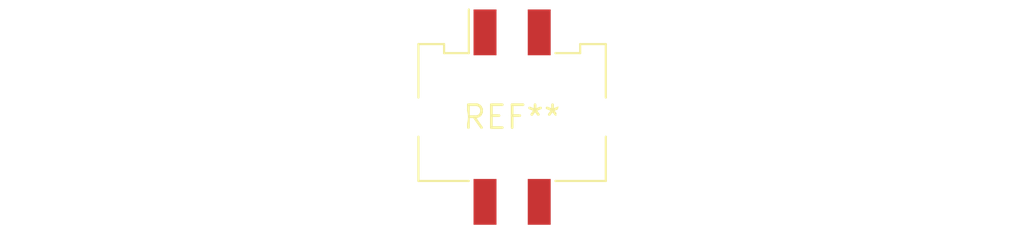
<source format=kicad_pcb>
(kicad_pcb (version 20240108) (generator pcbnew)
  (layers (0 "F.Cu" signal) (31 "B.Cu" signal) (34 "B.Paste" user) (35 "F.Paste" user) (36 "B.SilkS" user "B.Silkscreen") (37 "F.SilkS" user "F.Silkscreen") (38 "B.Mask" user) (39 "F.Mask" user) (44 "Edge.Cuts" user))
  (net 0 "")
  (footprint "Molex_Micro-Fit_3.0_43045-0415_2x02_P3.00mm_Vertical" (layer "F.Cu") (at 0 0)
    (property "Reference" "REF**")
    (property "Value" "Molex_Micro-Fit_3.0_43045-0415_2x02_P3.00mm_Vertical")
    (fp_line (start -5.185 -4.05) (end -3.765 -4.05) (layer "F.SilkS") (stroke (width 0.12)))
    (fp_line (start -5.185 -1.085) (end -5.185 -4.05) (layer "F.SilkS") (stroke (width 0.12)))
    (fp_line (start -5.185 1.085) (end -5.185 3.54) (layer "F.SilkS") (stroke (width 0.12)))
    (fp_line (start -5.185 3.54) (end -2.395 3.54) (layer "F.SilkS") (stroke (width 0.12)))
    (fp_line (start -3.765 -4.05) (end -3.765 -3.55) (layer "F.SilkS") (stroke (width 0.12)))
    (fp_line (start -3.765 -3.55) (end -2.395 -3.55) (layer "F.SilkS") (stroke (width 0.12)))
    (fp_line (start -2.395 -3.55) (end -2.395 -5.97) (layer "F.SilkS") (stroke (width 0.12)))
    (fp_line (start 3.765 -4.05) (end 3.765 -3.55) (layer "F.SilkS") (stroke (width 0.12)))
    (fp_line (start 3.765 -3.55) (end 2.395 -3.55) (layer "F.SilkS") (stroke (width 0.12)))
    (fp_line (start 5.185 -4.05) (end 3.765 -4.05) (layer "F.SilkS") (stroke (width 0.12)))
    (fp_line (start 5.185 -1.085) (end 5.185 -4.05) (layer "F.SilkS") (stroke (width 0.12)))
    (fp_line (start 5.185 1.085) (end 5.185 3.54) (layer "F.SilkS") (stroke (width 0.12)))
    (fp_line (start 5.185 3.54) (end 2.395 3.54) (layer "F.SilkS") (stroke (width 0.12)))
    (pad "" np_thru_hole circle (at -3.65 0) (size 2.41 2.41) (drill 2.41) (layers *.Cu *.Mask))
    (pad "" np_thru_hole circle (at 3.65 0) (size 2.41 2.41) (drill 2.41) (layers *.Cu *.Mask))
    (pad "1" smd rect (at -1.5 -4.7) (size 1.27 2.54) (layers "F.Cu" "F.Paste" "F.Mask"))
    (pad "2" smd rect (at 1.5 -4.7) (size 1.27 2.54) (layers "F.Cu" "F.Paste" "F.Mask"))
    (pad "3" smd rect (at -1.5 4.7) (size 1.27 2.54) (layers "F.Cu" "F.Paste" "F.Mask"))
    (pad "4" smd rect (at 1.5 4.7) (size 1.27 2.54) (layers "F.Cu" "F.Paste" "F.Mask"))
  )
)
</source>
